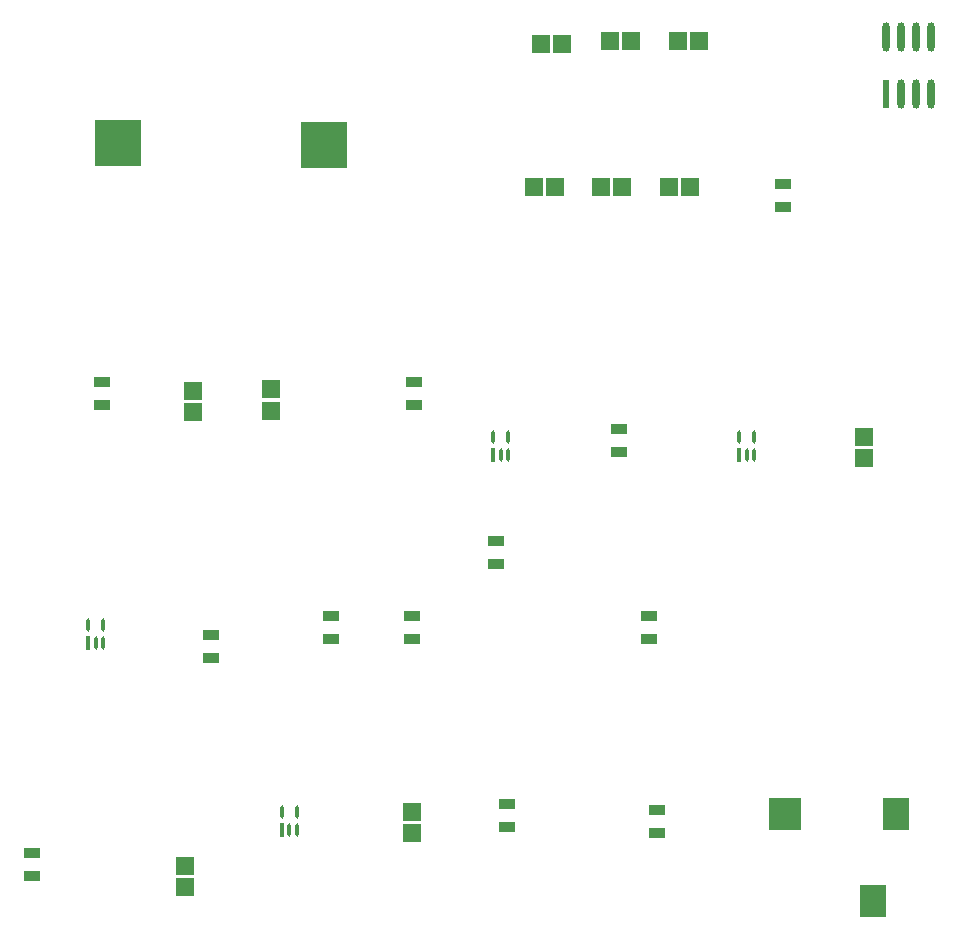
<source format=gtp>
G04*
G04 #@! TF.GenerationSoftware,Altium Limited,Altium Designer,21.5.1 (32)*
G04*
G04 Layer_Color=8421504*
%FSLAX25Y25*%
%MOIN*%
G70*
G04*
G04 #@! TF.SameCoordinates,DAD435CF-6C14-4571-BFE5-B678BFDF4ED4*
G04*
G04*
G04 #@! TF.FilePolarity,Positive*
G04*
G01*
G75*
%ADD14R,0.15590X0.15590*%
%ADD15R,0.06102X0.06102*%
%ADD16R,0.08661X0.11024*%
%ADD17R,0.11024X0.11024*%
%ADD18R,0.05709X0.03740*%
%ADD19R,0.01322X0.04583*%
G04:AMPARAMS|DCode=20|XSize=45.83mil|YSize=13.22mil|CornerRadius=6.61mil|HoleSize=0mil|Usage=FLASHONLY|Rotation=90.000|XOffset=0mil|YOffset=0mil|HoleType=Round|Shape=RoundedRectangle|*
%AMROUNDEDRECTD20*
21,1,0.04583,0.00000,0,0,90.0*
21,1,0.03260,0.01322,0,0,90.0*
1,1,0.01322,0.00000,0.01630*
1,1,0.01322,0.00000,-0.01630*
1,1,0.01322,0.00000,-0.01630*
1,1,0.01322,0.00000,0.01630*
%
%ADD20ROUNDEDRECTD20*%
G04:AMPARAMS|DCode=21|XSize=97.4mil|YSize=24.49mil|CornerRadius=12.25mil|HoleSize=0mil|Usage=FLASHONLY|Rotation=90.000|XOffset=0mil|YOffset=0mil|HoleType=Round|Shape=RoundedRectangle|*
%AMROUNDEDRECTD21*
21,1,0.09740,0.00000,0,0,90.0*
21,1,0.07291,0.02449,0,0,90.0*
1,1,0.02449,0.00000,0.03646*
1,1,0.02449,0.00000,-0.03646*
1,1,0.02449,0.00000,-0.03646*
1,1,0.02449,0.00000,0.03646*
%
%ADD21ROUNDEDRECTD21*%
%ADD22R,0.02449X0.09740*%
%ADD23R,0.06102X0.06102*%
D14*
X118500Y263500D02*
D03*
X50000Y264000D02*
D03*
D15*
X101000Y182000D02*
D03*
Y174913D02*
D03*
X298500Y166043D02*
D03*
Y158957D02*
D03*
X148000Y33957D02*
D03*
Y41043D02*
D03*
X72207Y16052D02*
D03*
Y23138D02*
D03*
X75000Y174457D02*
D03*
Y181543D02*
D03*
D16*
X301457Y11433D02*
D03*
X309331Y40567D02*
D03*
D17*
X272323D02*
D03*
D18*
X229500Y34161D02*
D03*
Y41839D02*
D03*
X217000Y161161D02*
D03*
Y168839D02*
D03*
X44500Y176661D02*
D03*
Y184339D02*
D03*
X121000Y98661D02*
D03*
Y106339D02*
D03*
X81000Y100000D02*
D03*
Y92323D02*
D03*
X271500Y242661D02*
D03*
Y250339D02*
D03*
X179500Y36161D02*
D03*
Y43839D02*
D03*
X21149Y19630D02*
D03*
Y27307D02*
D03*
X227000Y98661D02*
D03*
Y106339D02*
D03*
X176000Y123823D02*
D03*
Y131500D02*
D03*
X148000Y98661D02*
D03*
Y106339D02*
D03*
X148500Y176661D02*
D03*
Y184339D02*
D03*
D19*
X39941Y97468D02*
D03*
X104441Y34968D02*
D03*
X256941Y159968D02*
D03*
X174941D02*
D03*
D20*
X42500Y97468D02*
D03*
X45059D02*
D03*
Y103532D02*
D03*
X39941D02*
D03*
X107000Y34968D02*
D03*
X109559D02*
D03*
Y41032D02*
D03*
X104441D02*
D03*
X259500Y159968D02*
D03*
X262059D02*
D03*
Y166032D02*
D03*
X256941D02*
D03*
X177500Y159968D02*
D03*
X180059D02*
D03*
Y166032D02*
D03*
X174941D02*
D03*
D21*
X306000Y299512D02*
D03*
X311000D02*
D03*
X316000D02*
D03*
X321000D02*
D03*
Y280488D02*
D03*
X316000D02*
D03*
X311000D02*
D03*
D22*
X306000D02*
D03*
D23*
X236457Y298000D02*
D03*
X243543D02*
D03*
X213957D02*
D03*
X221043D02*
D03*
X190913Y297000D02*
D03*
X198000D02*
D03*
X233457Y249500D02*
D03*
X240543D02*
D03*
X210957D02*
D03*
X218043D02*
D03*
X188457D02*
D03*
X195543D02*
D03*
M02*

</source>
